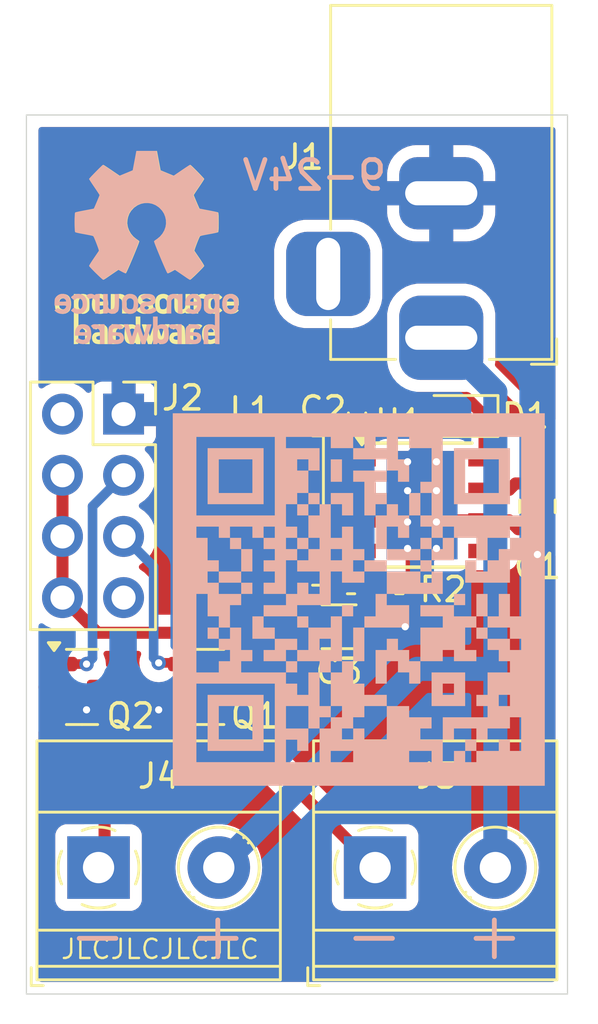
<source format=kicad_pcb>
(kicad_pcb (version 20240108) (generator "pcbnew") (generator_version "8.0")
  (layers (0 "F.Cu" signal) (31 "B.Cu" signal) (34 "B.Paste" user) (35 "F.Paste" user) (36 "B.SilkS" user "B.Silkscreen") (37 "F.SilkS" user "F.Silkscreen") (38 "B.Mask" user) (39 "F.Mask" user) (44 "Edge.Cuts" user))
  (net 0 "")
  (net 1 "GND")
  (net 2 "+24V")
  (net 3 "Net-(U1-BOOT)")
  (net 4 "Net-(D1-K)")
  (net 5 "+3.3V")
  (net 8 "LED2")
  (net 10 "LED1")
  (net 11 "Net-(J3-Pin_1)")
  (net 12 "Net-(J4-Pin_1)")
  (net 13 "VSENSE")
  (footprint "Capacitor_SMD:C_0805_2012Metric" (layer "F.Cu") (at 160.171666 99.043996 90)
    (property "Reference" "C1" (at -2.5 0 180) (layer "F.SilkS"))
    (property "Value" "4.7µF")
    (pad "1" smd roundrect (at -0.95 0 90) (size 1 1.45) (layers "F.Cu" "F.Paste" "F.Mask") (net 1 "GND"))
    (pad "2" smd roundrect (at 0.95 0 90) (size 1 1.45) (layers "F.Cu" "F.Paste" "F.Mask") (net 2 "+24V"))
  )
  (footprint "Capacitor_SMD:C_1206_3216Metric" (layer "F.Cu") (at 151.921666 104.043996 180)
    (property "Reference" "C3" (at 0 -1.85 0) (layer "F.SilkS"))
    (property "Value" "100µF")
    (pad "1" smd roundrect (at -1.475 0 180) (size 1.15 1.8) (layers "F.Cu" "F.Paste" "F.Mask") (roundrect_rratio 0.217391) (net 1 "GND"))
    (pad "2" smd roundrect (at 1.475 0 180) (size 1.15 1.8) (layers "F.Cu" "F.Paste" "F.Mask") (roundrect_rratio 0.217391) (net 5 "+3.3V"))
  )
  (footprint "Resistor_SMD:R_0402_1005Metric" (layer "F.Cu") (at 152.421666 102.293996)
    (property "Reference" "R1" (hide yes))
    (property "Value" "10kΩ")
    (pad "1" smd roundrect (at -0.51 0) (size 0.54 0.64) (layers "F.Cu" "F.Paste" "F.Mask") (net 5 "+3.3V"))
    (pad "2" smd roundrect (at 0.51 0) (size 0.54 0.64) (layers "F.Cu" "F.Paste" "F.Mask") (net 13 "VSENSE"))
  )
  (footprint "Resistor_SMD:R_0402_1005Metric" (layer "F.Cu") (at 154.431666 102.293996)
    (property "Reference" "R2" (at 1.818334 0.206004 0) (layer "F.SilkS"))
    (property "Value" "5.9kΩ")
    (pad "1" smd roundrect (at -0.51 0) (size 0.54 0.64) (layers "F.Cu" "F.Paste" "F.Mask") (net 13 "VSENSE"))
    (pad "2" smd roundrect (at 0.51 0) (size 0.54 0.64) (layers "F.Cu" "F.Paste" "F.Mask") (net 1 "GND"))
  )
  (footprint "Connector_PinSocket_2.54mm:PinSocket_2x04_P2.54mm_Vertical" (layer "F.Cu") (at 142.961666 95.213996)
    (property "Reference" "J2" (at 2.46 -0.67 180) (layer "F.SilkS"))
    (property "Value" "ESP-01")
    (pad "1" thru_hole rect (at 0 0) (size 1.7 1.7) (drill 1) (layers "*.Cu" "*.Mask") (net 1 "GND"))
    (pad "2" thru_hole oval (at -2.54 0) (size 1.7 1.7) (drill 1) (layers "*.Cu" "*.Mask"))
    (pad "3" thru_hole oval (at 0 2.54) (size 1.7 1.7) (drill 1) (layers "*.Cu" "*.Mask") (net 8 "LED2"))
    (pad "4" thru_hole oval (at -2.54 2.54) (size 1.7 1.7) (drill 1) (layers "*.Cu" "*.Mask") (net 5 "+3.3V"))
    (pad "5" thru_hole oval (at 0 5.08) (size 1.7 1.7) (drill 1) (layers "*.Cu" "*.Mask") (net 10 "LED1"))
    (pad "6" thru_hole oval (at -2.54 5.08) (size 1.7 1.7) (drill 1) (layers "*.Cu" "*.Mask") (net 5 "+3.3V"))
    (pad "7" thru_hole oval (at 0 7.62) (size 1.7 1.7) (drill 1) (layers "*.Cu" "*.Mask"))
    (pad "8" thru_hole oval (at -2.54 7.62) (size 1.7 1.7) (drill 1) (layers "*.Cu" "*.Mask") (net 5 "+3.3V"))
  )
  (footprint "Connector_BarrelJack:BarrelJack_Horizontal" (layer "F.Cu") (at 156.171666 92.043996 -90)
    (property "Reference" "J1" (at -7.5 5.75 0) (layer "F.SilkS"))
    (property "Value" "Barrel Jack 3A")
    (pad "1" thru_hole roundrect (at 0 0 270) (size 3.5 3.5) (drill oval 1 3) (layers "*.Cu" "*.Mask") (net 2 "+24V"))
    (pad "2" thru_hole roundrect (at -6 0 270) (size 3 3.5) (drill oval 1 3) (layers "*.Cu" "*.Mask") (net 1 "GND"))
    (pad "3" thru_hole roundrect (at -2.65 4.7 270) (size 3.5 3.5) (drill oval 3 1) (layers "*.Cu" "*.Mask"))
  )
  (footprint "Capacitor_SMD:C_0402_1005Metric" (layer "F.Cu") (at 152.671666 95.273996 90)
    (property "Reference" "C2" (at 0.273996 -1.421666 180) (layer "F.SilkS"))
    (property "Value" "10nF")
    (pad "1" smd roundrect (at -0.48 0 90) (size 0.56 0.62) (layers "F.Cu" "F.Paste" "F.Mask") (net 3 "Net-(U1-BOOT)"))
    (pad "2" smd roundrect (at 0.48 0 90) (size 0.56 0.62) (layers "F.Cu" "F.Paste" "F.Mask") (net 4 "Net-(D1-K)"))
  )
  (footprint "Package_TO_SOT_SMD:SOT-23" (layer "F.Cu") (at 141.234166 106.543996)
    (property "Reference" "Q2" (at 2.015834 1.206004 0) (layer "F.SilkS"))
    (property "Value" "AO3400A")
    (pad "1" smd roundrect (at -0.9375 -0.95) (size 1.475 0.6) (layers "F.Cu" "F.Paste" "F.Mask") (net 8 "LED2"))
    (pad "2" smd roundrect (at -0.9375 0.95) (size 1.475 0.6) (layers "F.Cu" "F.Paste" "F.Mask") (net 1 "GND"))
    (pad "3" smd roundrect (at 0.9375 0) (size 1.475 0.6) (layers "F.Cu" "F.Paste" "F.Mask") (net 12 "Net-(J4-Pin_1)"))
  )
  (footprint "TerminalBlock_Phoenix:TerminalBlock_Phoenix_MKDS-1,5-2_1x02_P5.00mm_Horizontal" (layer "F.Cu") (at 153.421666 114.043996)
    (property "Reference" "J3" (at 2.578334 -3.793996 0) (layer "F.SilkS"))
    (property "Value" "LED 1")
    (pad "1" thru_hole rect (at 0 0) (size 2.6 2.6) (drill 1.3) (layers "*.Cu" "*.Mask") (net 11 "Net-(J3-Pin_1)"))
    (pad "2" thru_hole circle (at 5 0) (size 2.6 2.6) (drill 1.3) (layers "*.Cu" "*.Mask") (net 2 "+24V"))
  )
  (footprint "TerminalBlock_Phoenix:TerminalBlock_Phoenix_MKDS-1,5-2_1x02_P5.00mm_Horizontal" (layer "F.Cu") (at 141.921666 114.043996)
    (property "Reference" "J4" (at 2.5 -3.793996 0) (layer "F.SilkS"))
    (property "Value" "LED 2")
    (pad "1" thru_hole rect (at 0 0) (size 2.6 2.6) (drill 1.3) (layers "*.Cu" "*.Mask") (net 12 "Net-(J4-Pin_1)"))
    (pad "2" thru_hole circle (at 5 0) (size 2.6 2.6) (drill 1.3) (layers "*.Cu" "*.Mask") (net 2 "+24V"))
  )
  (footprint "Package_SO:TI_SO-PowerPAD-8_ThermalVias" (layer "F.Cu") (at 155.371666 98.993996)
    (property "Reference" "U1" (at -0.95 -3.45 0) (layer "F.SilkS"))
    (property "Value" "TPS5430DDA")
    (pad "1" smd rect (at -2.7 -1.905) (size 1.55 0.6) (layers "F.Cu" "F.Paste" "F.Mask") (net 3 "Net-(U1-BOOT)"))
    (pad "2" smd rect (at -2.7 -0.635) (size 1.55 0.6) (layers "F.Cu" "F.Paste" "F.Mask"))
    (pad "3" smd rect (at -2.7 0.635) (size 1.55 0.6) (layers "F.Cu" "F.Paste" "F.Mask"))
    (pad "4" smd rect (at -2.7 1.905) (size 1.55 0.6) (layers "F.Cu" "F.Paste" "F.Mask") (net 13 "VSENSE"))
    (pad "5" smd rect (at 2.7 1.905) (size 1.55 0.6) (layers "F.Cu" "F.Paste" "F.Mask"))
    (pad "6" smd rect (at 2.7 0.635) (size 1.55 0.6) (layers "F.Cu" "F.Paste" "F.Mask") (net 1 "GND"))
    (pad "7" smd rect (at 2.7 -0.635) (size 1.55 0.6) (layers "F.Cu" "F.Paste" "F.Mask") (net 2 "+24V"))
    (pad "8" smd rect (at 2.7 -1.905) (size 1.55 0.6) (layers "F.Cu" "F.Paste" "F.Mask") (net 4 "Net-(D1-K)"))
    (pad "9" thru_hole circle (at -0.6 -1.8) (size 0.6 0.6) (drill 0.3) (layers "*.Cu") (net 1 "GND"))
    (pad "9" thru_hole circle (at -0.6 -0.6) (size 0.6 0.6) (drill 0.3) (layers "*.Cu") (net 1 "GND"))
    (pad "9" thru_hole circle (at -0.6 0.7) (size 0.6 0.6) (drill 0.3) (layers "*.Cu") (net 1 "GND"))
    (pad "9" thru_hole circle (at -0.6 1.8) (size 0.6 0.6) (drill 0.3) (layers "*.Cu") (net 1 "GND"))
    (pad "9" smd rect (at 0 0) (size 2.6 3.1) (layers "F.Cu" "F.Paste" "F.Mask") (net 1 "GND"))
    (pad "9" smd rect (at 0 0) (size 2.95 4.5) (layers "F.Cu") (net 1 "GND"))
    (pad "9" smd rect (at 0 0) (size 2.95 4.5) (layers "B.Cu") (net 1 "GND"))
    (pad "9" thru_hole circle (at 0.6 -1.8) (size 0.6 0.6) (drill 0.3) (layers "*.Cu") (net 1 "GND"))
    (pad "9" thru_hole circle (at 0.6 -0.6) (size 0.6 0.6) (drill 0.3) (layers "*.Cu") (net 1 "GND"))
    (pad "9" thru_hole circle (at 0.6 0.7) (size 0.6 0.6) (drill 0.3) (layers "*.Cu") (net 1 "GND"))
    (pad "9" thru_hole circle (at 0.6 1.8) (size 0.6 0.6) (drill 0.3) (layers "*.Cu") (net 1 "GND"))
  )
  (footprint "Diode_SMD:D_SOD-323" (layer "F.Cu") (at 156.921666 95.293996 180)
    (property "Reference" "D1" (at -2.75 0 0) (layer "F.SilkS"))
    (property "Value" "1N5819")
    (pad "1" smd roundrect (at -1.05 0 180) (size 0.6 0.45) (layers "F.Cu" "F.Paste" "F.Mask") (net 4 "Net-(D1-K)"))
    (pad "2" smd roundrect (at 1.05 0 180) (size 0.6 0.45) (layers "F.Cu" "F.Paste" "F.Mask") (net 1 "GND"))
  )
  (footprint "Package_TO_SOT_SMD:SOT-23" (layer "F.Cu") (at 146.484166 106.543996)
    (property "Reference" "Q1" (at 1.9375 1.206004 0) (layer "F.SilkS"))
    (property "Value" "AO3400A")
    (pad "1" smd roundrect (at -0.9375 -0.95) (size 1.475 0.6) (layers "F.Cu" "F.Paste" "F.Mask") (net 10 "LED1"))
    (pad "2" smd roundrect (at -0.9375 0.95) (size 1.475 0.6) (layers "F.Cu" "F.Paste" "F.Mask") (net 1 "GND"))
    (pad "3" smd roundrect (at 0.9375 0) (size 1.475 0.6) (layers "F.Cu" "F.Paste" "F.Mask") (net 11 "Net-(J3-Pin_1)"))
  )
  (footprint "Symbol:OSHW-Logo_7.5x8mm_SilkScreen" (layer "F.Cu") (at 143.921666 88.293996)
    (property "Reference" "REF**" (hide yes))
    (property "Value" "OSHW-Logo_7.5x8mm_SilkScreen" (hide yes))
  )
  (footprint "Inductor_SMD:L_Bourns_SRN6045TA" (layer "F.Cu") (at 148.171666 99.218996 90)
    (property "Reference" "L1" (at 4.175 0.078334 180) (layer "F.SilkS"))
    (property "Value" "100µH")
    (pad "1" smd rect (at -2.075 0 90) (size 2.35 5.1) (layers "F.Cu" "F.Paste" "F.Mask") (net 5 "+3.3V"))
    (pad "2" smd rect (at 2.075 0 90) (size 2.35 5.1) (layers "F.Cu" "F.Paste" "F.Mask") (net 4 "Net-(D1-K)"))
  )
  (footprint "Symbol:OSHW-Logo_7.5x8mm_SilkScreen" (layer "B.Cu") (at 143.921666 88.293996 180)
    (property "Reference" "REF**" (hide yes))
    (property "Value" "OSHW-Logo_7.5x8mm_SilkScreen" (hide yes))
  )
  (gr_poly (pts (xy 154.372333 105.009441) (xy 154.838001 105.009441) (xy 154.838001 105.475102) (xy 155.303666 105.475102) (xy 155.303666 106.406436) (xy 154.838001 106.406436) (xy 154.838001 105.940769) (xy 154.372333 105.940769) (xy 154.372333 105.475102) (xy 153.906666 105.475102) (xy 153.906666 106.406436) (xy 153.441001 106.406436) (xy 153.441001 105.009441) (xy 153.906666 105.009441) (xy 153.906666 104.543996) (xy 154.372333 104.543996)) (stroke (width -0.000001)) (fill solid) (layer "B.SilkS"))
  (gr_poly (pts (xy 160.476932 110.648821) (xy 145.007385 110.648821) (xy 145.007385 109.666106) (xy 145.990334 109.666106) (xy 149.25 109.666106) (xy 149.25 108.734772) (xy 149.715667 108.734772) (xy 149.715667 109.666106) (xy 151.112665 109.666106) (xy 151.578332 109.666106) (xy 152.509667 109.666106) (xy 154.838001 109.666106) (xy 155.769333 109.666106) (xy 155.769333 109.200439) (xy 154.838001 109.200439) (xy 154.838001 109.666106) (xy 152.509667 109.666106) (xy 152.509667 109.200439) (xy 151.578332 109.200439) (xy 151.578332 109.666106) (xy 151.112665 109.666106) (xy 151.112665 108.269104) (xy 151.578332 108.269104) (xy 151.578332 107.803437) (xy 152.044 107.803437) (xy 152.044 107.33777) (xy 151.578332 107.33777) (xy 151.578332 107.803437) (xy 151.112665 107.803437) (xy 151.112665 108.269104) (xy 150.647 108.269104) (xy 150.647 109.200439) (xy 150.181333 109.200439) (xy 150.181333 108.734772) (xy 149.715667 108.734772) (xy 149.25 108.734772) (xy 149.25 108.269104) (xy 149.715667 108.269104) (xy 150.647 108.269104) (xy 150.647 107.33777) (xy 149.715667 107.33777) (xy 149.715667 108.269104) (xy 149.25 108.269104) (xy 149.25 106.406436) (xy 145.990334 106.406436) (xy 145.990334 109.666106) (xy 145.007385 109.666106) (xy 145.007385 99.887331) (xy 145.990334 99.887331) (xy 145.990334 100.352998) (xy 146.456001 100.352998) (xy 146.456001 101.284333) (xy 146.921666 101.284333) (xy 146.921666 101.75) (xy 146.456001 101.75) (xy 146.456001 102.215667) (xy 146.921666 102.215667) (xy 146.921666 102.681334) (xy 147.852999 102.681334) (xy 147.852999 103.147001) (xy 147.387333 103.147001) (xy 147.387333 104.078335) (xy 146.921666 104.078335) (xy 146.921666 103.612662) (xy 146.456001 103.612662) (xy 146.456001 102.681334) (xy 145.990334 102.681334) (xy 145.990334 105.940769) (xy 146.921666 105.940769) (xy 146.921666 105.475102) (xy 147.387333 105.475102) (xy 147.387333 105.009441) (xy 146.921666 105.009441) (xy 146.921666 104.543996) (xy 147.387333 104.543996) (xy 147.387333 104.078335) (xy 147.852999 104.078335) (xy 147.852999 105.009441) (xy 148.318666 105.009441) (xy 148.318666 105.475102) (xy 147.852999 105.475102) (xy 147.852999 105.940769) (xy 149.715667 105.940769) (xy 149.715667 106.406436) (xy 150.181333 106.406436) (xy 150.181333 106.872103) (xy 150.647 106.872103) (xy 150.647 105.940769) (xy 151.112665 105.940769) (xy 151.112665 107.33777) (xy 151.578332 107.33777) (xy 151.578332 105.940769) (xy 152.044 105.940769) (xy 152.044 105.475102) (xy 152.509667 105.475102) (xy 152.509667 106.406436) (xy 152.975334 106.406436) (xy 152.975334 106.872103) (xy 153.906666 106.872103) (xy 153.906666 107.33777) (xy 152.975334 107.33777) (xy 152.975334 107.803437) (xy 152.509667 107.803437) (xy 152.509667 108.269104) (xy 152.044 108.269104) (xy 152.044 108.734772) (xy 152.509667 108.734772) (xy 152.509667 108.269104) (xy 152.975334 108.269104) (xy 152.975334 108.734772) (xy 153.906666 108.734772) (xy 153.906666 107.33777) (xy 154.838001 107.33777) (xy 154.838001 107.803437) (xy 155.769333 107.803437) (xy 155.769333 108.269104) (xy 155.303666 108.269104) (xy 155.303666 108.734772) (xy 156.235 108.734772) (xy 156.235 109.666106) (xy 156.700667 109.666106) (xy 156.700667 109.200439) (xy 157.166331 109.200439) (xy 157.166331 109.666106) (xy 157.631998 109.666106) (xy 157.631998 109.200439) (xy 158.563332 109.200439) (xy 158.563332 108.734772) (xy 159.029 108.734772) (xy 159.029 109.200439) (xy 159.494667 109.200439) (xy 159.494667 107.803437) (xy 159.029 107.803437) (xy 159.029 108.269104) (xy 158.097665 108.269104) (xy 158.097665 108.734772) (xy 157.631998 108.734772) (xy 157.631998 108.269104) (xy 156.700667 108.269104) (xy 156.700667 108.734772) (xy 156.235 108.734772) (xy 156.235 107.803437) (xy 158.097665 107.803437) (xy 158.097665 107.33777) (xy 158.563332 107.33777) (xy 159.029 107.33777) (xy 159.029 106.872103) (xy 158.563332 106.872103) (xy 158.563332 107.33777) (xy 158.097665 107.33777) (xy 157.631998 107.33777) (xy 157.631998 106.872103) (xy 158.097665 106.872103) (xy 158.097665 105.940769) (xy 159.029 105.940769) (xy 159.029 105.475102) (xy 158.563332 105.475102) (xy 158.563332 105.009441) (xy 159.029 105.009441) (xy 159.494667 105.009441) (xy 159.494667 104.543996) (xy 159.029 104.543996) (xy 159.029 105.009441) (xy 158.563332 105.009441) (xy 158.097665 105.009441) (xy 158.097665 104.543996) (xy 159.029 104.543996) (xy 159.029 104.078335) (xy 158.097665 104.078335) (xy 158.097665 104.543996) (xy 157.631998 104.543996) (xy 157.631998 104.078335) (xy 158.097665 104.078335) (xy 158.097665 103.612662) (xy 158.563332 103.612662) (xy 158.563332 102.681334) (xy 159.029 102.681334) (xy 159.029 103.612662) (xy 159.494667 103.612662) (xy 159.494667 101.284333) (xy 159.029 101.284333) (xy 159.029 102.215667) (xy 157.166331 102.215667) (xy 157.166331 101.75) (xy 157.631998 101.75) (xy 158.097665 101.75) (xy 158.097665 101.284333) (xy 158.563332 101.284333) (xy 158.563332 100.818666) (xy 159.029 100.818666) (xy 159.029 100.352998) (xy 159.494667 100.352998) (xy 159.494667 99.887331) (xy 159.029 99.887331) (xy 159.029 100.352998) (xy 158.097665 100.352998) (xy 158.097665 101.284333) (xy 157.631998 101.284333) (xy 157.631998 101.75) (xy 157.166331 101.75) (xy 157.166331 101.284333) (xy 157.631998 101.284333) (xy 157.631998 100.352998) (xy 156.700667 100.352998) (xy 156.700667 101.284333) (xy 155.769333 101.284333) (xy 155.769333 100.818666) (xy 156.235 100.818666) (xy 156.235 100.352998) (xy 156.700667 100.352998) (xy 156.700667 99.887331) (xy 156.235 99.887331) (xy 156.235 100.352998) (xy 155.769333 100.352998) (xy 155.769333 99.887331) (xy 155.303666 99.887331) (xy 155.303666 99.421664) (xy 155.769333 99.421664) (xy 156.235 99.421664) (xy 159.494667 99.421664) (xy 159.494667 96.162001) (xy 156.235 96.162001) (xy 156.235 99.421664) (xy 155.769333 99.421664) (xy 155.769333 98.49033) (xy 155.303666 98.49033) (xy 155.303666 98.024663) (xy 155.769333 98.024663) (xy 155.769333 96.627668) (xy 154.838001 96.627668) (xy 154.838001 96.162001) (xy 154.372333 96.162001) (xy 154.372333 97.093335) (xy 154.838001 97.093335) (xy 154.838001 98.024663) (xy 154.372333 98.024663) (xy 154.372333 97.558996) (xy 153.906666 97.558996) (xy 153.906666 97.093335) (xy 152.509667 97.093335) (xy 152.509667 96.627668) (xy 152.975334 96.627668) (xy 153.441001 96.627668) (xy 153.906666 96.627668) (xy 153.906666 96.162001) (xy 153.441001 96.162001) (xy 153.441001 96.627668) (xy 152.975334 96.627668) (xy 152.975334 96.162001) (xy 152.509667 96.162001) (xy 152.509667 96.627668) (xy 151.578332 96.627668) (xy 151.578332 96.162001) (xy 149.715667 96.162001) (xy 149.715667 96.627668) (xy 151.112665 96.627668) (xy 151.112665 97.558996) (xy 150.647 97.558996) (xy 150.647 98.49033) (xy 150.181333 98.49033) (xy 150.181333 98.955997) (xy 149.715667 98.955997) (xy 149.715667 99.887331) (xy 150.181333 99.887331) (xy 150.181333 100.352998) (xy 149.715667 100.352998) (xy 149.715667 100.818666) (xy 150.181333 100.818666) (xy 150.181333 101.284333) (xy 149.715667 101.284333) (xy 149.715667 102.681334) (xy 148.784333 102.681334) (xy 148.784333 102.215667) (xy 149.25 102.215667) (xy 149.25 101.75) (xy 148.784333 101.75) (xy 148.784333 101.284333) (xy 149.25 101.284333) (xy 149.25 100.818666) (xy 148.784333 100.818666) (xy 148.784333 100.352998) (xy 149.25 100.352998) (xy 149.25 99.887331) (xy 148.784333 99.887331) (xy 148.784333 100.352998) (xy 148.318666 100.352998) (xy 148.318666 99.887331) (xy 147.387333 99.887331) (xy 147.387333 100.352998) (xy 146.921666 100.352998) (xy 146.921666 99.887331) (xy 145.990334 99.887331) (xy 145.007385 99.887331) (xy 145.007385 99.421664) (xy 145.990334 99.421664) (xy 149.25 99.421664) (xy 149.25 97.558996) (xy 150.181333 97.558996) (xy 150.647 97.558996) (xy 150.647 97.093335) (xy 150.181333 97.093335) (xy 150.181333 97.558996) (xy 149.25 97.558996) (xy 149.25 96.162001) (xy 145.990334 96.162001) (xy 145.990334 99.421664) (xy 145.007385 99.421664) (xy 145.007385 95.179279) (xy 160.476932 95.179279)) (stroke (width -0.000001)) (fill solid) (layer "B.SilkS"))
  (gr_poly (pts (xy 148.318666 102.681334) (xy 147.852999 102.681334) (xy 147.852999 102.215667) (xy 148.318666 102.215667)) (stroke (width -0.000001)) (fill solid) (layer "B.SilkS"))
  (gr_poly (pts (xy 153.906666 98.024663) (xy 153.441001 98.024663) (xy 153.441001 98.49033) (xy 153.906666 98.49033) (xy 153.906666 98.955997) (xy 153.441001 98.955997) (xy 153.441001 99.421664) (xy 152.975334 99.421664) (xy 152.975334 98.024663) (xy 152.509667 98.024663) (xy 152.509667 97.558996) (xy 153.906666 97.558996)) (stroke (width -0.000001)) (fill solid) (layer "B.SilkS"))
  (gr_poly (pts (xy 156.700667 103.612662) (xy 157.631998 103.612662) (xy 157.631998 104.078335) (xy 157.166331 104.078335) (xy 157.166331 105.009441) (xy 157.631998 105.009441) (xy 157.631998 105.475102) (xy 156.700667 105.475102) (xy 156.700667 105.009441) (xy 156.235 105.009441) (xy 156.235 105.475102) (xy 155.303666 105.475102) (xy 155.303666 104.078335) (xy 156.235 104.078335) (xy 156.235 103.612662) (xy 155.303666 103.612662) (xy 155.303666 103.147001) (xy 156.700667 103.147001)) (stroke (width -0.000001)) (fill solid) (layer "B.SilkS"))
  (gr_poly (pts (xy 155.769333 101.75) (xy 155.303666 101.75) (xy 155.303666 101.284333) (xy 155.769333 101.284333)) (stroke (width -0.000001)) (fill solid) (layer "B.SilkS"))
  (gr_poly (pts (xy 157.166331 103.147001) (xy 156.700667 103.147001) (xy 156.700667 102.681334) (xy 157.166331 102.681334)) (stroke (width -0.000001)) (fill solid) (layer "B.SilkS"))
  (gr_poly (pts (xy 155.303666 99.421664) (xy 154.838001 99.421664) (xy 154.838001 98.49033) (xy 155.303666 98.49033)) (stroke (width -0.000001)) (fill solid) (layer "B.SilkS"))
  (gr_poly (pts (xy 157.166331 107.33777) (xy 155.769333 107.33777) (xy 155.769333 106.872103) (xy 156.235 106.872103) (xy 156.700667 106.872103) (xy 156.700667 106.406436) (xy 156.235 106.406436) (xy 156.235 106.872103) (xy 155.769333 106.872103) (xy 155.769333 105.940769) (xy 157.166331 105.940769)) (stroke (width -0.000001)) (fill solid) (layer "B.SilkS"))
  (gr_poly (pts (xy 150.181333 105.009441) (xy 149.715667 105.009441) (xy 149.715667 105.475102) (xy 148.784333 105.475102) (xy 148.784333 105.009441) (xy 149.25 105.009441) (xy 149.25 104.543996) (xy 150.181333 104.543996)) (stroke (width -0.000001)) (fill solid) (layer "B.SilkS"))
  (gr_poly (pts (xy 150.647 99.421664) (xy 150.181333 99.421664) (xy 150.181333 98.955997) (xy 150.647 98.955997)) (stroke (width -0.000001)) (fill solid) (layer "B.SilkS"))
  (gr_poly (pts (xy 152.044 105.475102) (xy 151.578332 105.475102) (xy 151.578332 105.940769) (xy 151.112665 105.940769) (xy 151.112665 105.475102) (xy 150.181333 105.475102) (xy 150.181333 105.009441) (xy 150.647 105.009441) (xy 151.112665 105.009441) (xy 151.578332 105.009441) (xy 151.578332 104.543996) (xy 151.112665 104.543996) (xy 151.112665 105.009441) (xy 150.647 105.009441) (xy 150.647 104.078335) (xy 151.578332 104.078335) (xy 151.578332 103.612662) (xy 152.044 103.612662)) (stroke (width -0.000001)) (fill solid) (layer "B.SilkS"))
  (gr_poly (pts (xy 146.921666 104.543996) (xy 146.456001 104.543996) (xy 146.456001 104.078335) (xy 146.921666 104.078335)) (stroke (width -0.000001)) (fill solid) (layer "B.SilkS"))
  (gr_poly (pts (xy 155.303666 101.284333) (xy 153.906666 101.284333) (xy 153.906666 100.818666) (xy 155.303666 100.818666)) (stroke (width -0.000001)) (fill solid) (layer "B.SilkS"))
  (gr_poly (pts (xy 150.647 104.078335) (xy 150.181333 104.078335) (xy 150.181333 103.612662) (xy 150.647 103.612662)) (stroke (width -0.000001)) (fill solid) (layer "B.SilkS"))
  (gr_poly (pts (xy 150.181333 105.940769) (xy 149.715667 105.940769) (xy 149.715667 105.475102) (xy 150.181333 105.475102)) (stroke (width -0.000001)) (fill solid) (layer "B.SilkS"))
  (gr_poly (pts (xy 150.647 100.818666) (xy 150.181333 100.818666) (xy 150.181333 100.352998) (xy 150.647 100.352998)) (stroke (width -0.000001)) (fill solid) (layer "B.SilkS"))
  (gr_poly (pts (xy 147.852999 100.818666) (xy 147.387333 100.818666) (xy 147.387333 100.352998) (xy 147.852999 100.352998)) (stroke (width -0.000001)) (fill solid) (layer "B.SilkS"))
  (gr_poly (pts (xy 152.044 98.024663) (xy 151.578332 98.024663) (xy 151.578332 97.093335) (xy 152.044 97.093335)) (stroke (width -0.000001)) (fill solid) (layer "B.SilkS"))
  (gr_poly (pts (xy 151.112665 98.955997) (xy 150.647 98.955997) (xy 150.647 98.49033) (xy 151.112665 98.49033)) (stroke (width -0.000001)) (fill solid) (layer "B.SilkS"))
  (gr_poly (pts (xy 153.906666 101.75) (xy 152.975334 101.75) (xy 152.975334 101.284333) (xy 153.906666 101.284333)) (stroke (width -0.000001)) (fill solid) (layer "B.SilkS"))
  (gr_poly (pts (xy 147.852999 102.215667) (xy 146.921666 102.215667) (xy 146.921666 101.75) (xy 147.852999 101.75)) (stroke (width -0.000001)) (fill solid) (layer "B.SilkS"))
  (gr_poly (pts (xy 158.097665 103.612662) (xy 157.631998 103.612662) (xy 157.631998 102.681334) (xy 158.097665 102.681334)) (stroke (width -0.000001)) (fill solid) (layer "B.SilkS"))
  (gr_poly (pts (xy 152.975334 105.475102) (xy 152.509667 105.475102) (xy 152.509667 104.078335) (xy 152.975334 104.078335)) (stroke (width -0.000001)) (fill solid) (layer "B.SilkS"))
  (gr_poly (pts (xy 154.372333 99.421664) (xy 154.838001 99.421664) (xy 154.838001 100.352998) (xy 154.372333 100.352998) (xy 154.372333 99.887331) (xy 153.906666 99.887331) (xy 153.906666 100.818666) (xy 153.441001 100.818666) (xy 153.441001 99.421664) (xy 153.906666 99.421664) (xy 153.906666 98.955997) (xy 154.372333 98.955997)) (stroke (width -0.000001)) (fill solid) (layer "B.SilkS"))
  (gr_poly (pts (xy 153.906666 103.147001) (xy 154.838001 103.147001) (xy 154.838001 104.078335) (xy 152.975334 104.078335) (xy 152.975334 103.612662) (xy 153.441001 103.612662) (xy 153.441001 102.681334) (xy 153.906666 102.681334)) (stroke (width -0.000001)) (fill solid) (layer "B.SilkS"))
  (gr_poly (pts (xy 152.509667 99.421664) (xy 152.044 99.421664) (xy 152.044 98.955997) (xy 151.578332 98.955997) (xy 151.578332 98.49033) (xy 152.509667 98.49033)) (stroke (width -0.000001)) (fill solid) (layer "B.SilkS"))
  (gr_poly (pts (xy 159.029 98.955997) (xy 156.700667 98.955997) (xy 156.700667 98.49033) (xy 157.166331 98.49033) (xy 158.563332 98.49033) (xy 158.563332 97.093335) (xy 157.166331 97.093335) (xy 157.166331 98.49033) (xy 156.700667 98.49033) (xy 156.700667 96.627668) (xy 159.029 96.627668)) (stroke (width -0.000001)) (fill solid) (layer "B.SilkS"))
  (gr_poly (pts (xy 157.631998 109.200439) (xy 157.166331 109.200439) (xy 157.166331 108.734772) (xy 157.631998 108.734772)) (stroke (width -0.000001)) (fill solid) (layer "B.SilkS"))
  (gr_poly (pts (xy 148.318666 101.75) (xy 147.852999 101.75) (xy 147.852999 100.818666) (xy 148.318666 100.818666)) (stroke (width -0.000001)) (fill solid) (layer "B.SilkS"))
  (gr_poly (pts (xy 148.784333 109.200439) (xy 146.456001 109.200439) (xy 146.456001 108.734772) (xy 146.921666 108.734772) (xy 148.318666 108.734772) (xy 148.318666 107.33777) (xy 146.921666 107.33777) (xy 146.921666 108.734772) (xy 146.456001 108.734772) (xy 146.456001 106.872103) (xy 148.784333 106.872103)) (stroke (width -0.000001)) (fill solid) (layer "B.SilkS"))
  (gr_poly (pts (xy 155.769333 100.818666) (xy 155.303666 100.818666) (xy 155.303666 100.352998) (xy 155.769333 100.352998)) (stroke (width -0.000001)) (fill solid) (layer "B.SilkS"))
  (gr_poly (pts (xy 151.578332 100.352998) (xy 152.044 100.352998) (xy 152.044 99.887331) (xy 152.509667 99.887331) (xy 152.509667 100.818666) (xy 152.975334 100.818666) (xy 152.975334 101.284333) (xy 152.509667 101.284333) (xy 152.509667 101.75) (xy 152.975334 101.75) (xy 152.975334 102.215667) (xy 152.044 102.215667) (xy 152.044 101.75) (xy 151.578332 101.75) (xy 151.578332 103.147001) (xy 150.181333 103.147001) (xy 150.181333 103.612662) (xy 148.784333 103.612662) (xy 148.784333 103.147001) (xy 149.715667 103.147001) (xy 149.715667 102.681334) (xy 150.181333 102.681334) (xy 150.181333 102.215667) (xy 150.647 102.215667) (xy 150.647 102.681334) (xy 151.112665 102.681334) (xy 151.112665 101.75) (xy 150.181333 101.75) (xy 150.181333 101.284333) (xy 150.647 101.284333) (xy 151.578332 101.284333) (xy 152.044 101.284333) (xy 152.044 100.818666) (xy 151.578332 100.818666) (xy 151.578332 101.284333) (xy 150.647 101.284333) (xy 150.647 100.818666) (xy 151.112665 100.818666) (xy 151.112665 100.352998) (xy 150.647 100.352998) (xy 150.647 99.421664) (xy 151.112665 99.421664) (xy 151.112665 98.955997) (xy 151.578332 98.955997)) (stroke (width -0.000001)) (fill solid) (layer "B.SilkS"))
  (gr_poly (pts (xy 148.784333 104.078335) (xy 149.25 104.078335) (xy 149.25 104.543996) (xy 148.318666 104.543996) (xy 148.318666 103.612662) (xy 148.784333 103.612662)) (stroke (width -0.000001)) (fill solid) (layer "B.SilkS"))
  (gr_poly (pts (xy 155.303666 102.215667) (xy 155.769333 102.215667) (xy 155.769333 101.75) (xy 156.235 101.75) (xy 156.235 102.681334) (xy 153.906666 102.681334) (xy 153.906666 101.75) (xy 155.303666 101.75)) (stroke (width -0.000001)) (fill solid) (layer "B.SilkS"))
  (gr_poly (pts (xy 148.784333 98.955997) (xy 146.456001 98.955997) (xy 146.456001 98.49033) (xy 146.921666 98.49033) (xy 148.318666 98.49033) (xy 148.318666 97.093335) (xy 146.921666 97.093335) (xy 146.921666 98.49033) (xy 146.456001 98.49033) (xy 146.456001 96.627668) (xy 148.784333 96.627668)) (stroke (width -0.000001)) (fill solid) (layer "B.SilkS"))
  (gr_poly (pts (xy 152.509667 103.612662) (xy 152.044 103.612662) (xy 152.044 103.147001) (xy 152.509667 103.147001)) (stroke (width -0.000001)) (fill solid) (layer "B.SilkS"))
  (gr_line (start 138.921666 119.293996) (end 161.421666 119.293996) (stroke (width 0.05)) (layer "Edge.Cuts"))
  (gr_line (start 138.921666 119.293996) (end 138.921666 82.793996) (stroke (width 0.05)) (layer "Edge.Cuts"))
  (gr_line (start 161.421666 119.293996) (end 161.421666 82.793996) (stroke (width 0.05)) (layer "Edge.Cuts"))
  (gr_line (start 138.921666 82.793996) (end 161.421666 82.793996) (stroke (width 0.05)) (layer "Edge.Cuts"))
  (gr_text "-" (at 143.25 118 0) (layer "B.SilkS") (effects (font (size 2 2) (thickness 0.2)) (justify left bottom mirror)))
  (gr_text "-" (at 154.75 118 0) (layer "B.SilkS") (effects (font (size 2 2) (thickness 0.2)) (justify left bottom mirror)))
  (gr_text "9-24V" (at 154 86 0) (layer "B.SilkS") (effects (font (size 1.2 1.2) (thickness 0.2) (bold yes)) (justify left bottom mirror)))
  (gr_text "+" (at 148.25 118 0) (layer "B.SilkS") (effects (font (size 2 2) (thickness 0.2)) (justify left bottom mirror)))
  (gr_text "+" (at 159.75 118 0) (layer "B.SilkS") (effects (font (size 2 2) (thickness 0.2)) (justify left bottom mirror)))
  (gr_text "JLCJLCJLCJLC" (at 140.3 117.9 0) (layer "F.SilkS") (effects (font (size 0.8 0.8) (thickness 0.1)) (justify left bottom)))
  (segment (start 160.171666 101.043996) (end 160.171666 99.993996) (width 1) (layer "F.Cu") (net 1))
  (segment (start 158.071666 99.628996) (end 159.006666 99.628996) (width 0.5) (layer "F.Cu") (net 1))
  (segment (start 154.941666 103.773996) (end 154.941666 102.293996) (width 0.5) (layer "F.Cu") (net 1))
  (segment (start 154.941666 99.423996) (end 155.371666 98.993996) (width 0.5) (layer "F.Cu") (net 1))
  (segment (start 155.871666 97.093996) (end 155.971666 97.193996) (width 0.5) (layer "F.Cu") (net 1))
  (segment (start 154.671666 104.043996) (end 153.396666 104.043996) (width 0.5) (layer "F.Cu") (net 1))
  (segment (start 159.006666 99.628996) (end 159.371666 99.993996) (width 0.5) (layer "F.Cu") (net 1))
  (segment (start 145.546666 107.493996) (end 144.421666 107.493996) (width 0.5) (layer "F.Cu") (net 1))
  (segment (start 154.671666 104.043996) (end 154.941666 103.773996) (width 0.5) (layer "F.Cu") (net 1))
  (segment (start 156.006666 99.628996) (end 155.371666 98.993996) (width 0.5) (layer "F.Cu") (net 1))
  (segment (start 154.941666 102.293996) (end 154.941666 99.423996) (width 0.5) (layer "F.Cu") (net 1))
  (segment (start 155.871666 95.293996) (end 155.871666 97.093996) (width 0.5) (layer "F.Cu") (net 1))
  (segment (start 140.296666 107.493996) (end 141.421666 107.493996) (width 0.5) (layer "F.Cu") (net 1))
  (segment (start 159.371666 99.993996) (end 160.171666 99.993996) (width 0.5) (layer "F.Cu") (net 1))
  (segment (start 158.071666 99.628996) (end 156.006666 99.628996) (width 0.5) (layer "F.Cu") (net 1))
  (via (at 154.671666 104.043996) (size 0.6) (drill 0.3) (layers "F.Cu" "B.Cu") (net 1))
  (via (at 160.171666 101.043996) (size 0.6) (drill 0.3) (layers "F.Cu" "B.Cu") (net 1))
  (via (at 144.421666 107.493996) (size 0.6) (drill 0.3) (layers "F.Cu" "B.Cu") (net 1))
  (via (at 141.421666 107.493996) (size 0.6) (drill 0.3) (layers "F.Cu" "B.Cu") (net 1))
  (segment (start 160.171666 87.543996) (end 158.671666 86.043996) (width 1) (layer "B.Cu") (net 1))
  (segment (start 144.421666 107.493996) (end 146.921666 104.993996) (width 1) (layer "B.Cu") (net 1))
  (segment (start 146.921666 88.793996) (end 149.671666 86.043996) (width 1) (layer "B.Cu") (net 1))
  (segment (start 141.421666 107.493996) (end 144.421666 107.493996) (width 1) (layer "B.Cu") (net 1))
  (segment (start 149.671666 86.043996) (end 156.171666 86.043996) (width 1) (layer "B.Cu") (net 1))
  (segment (start 146.921666 104.993996) (end 146.921666 88.793996) (width 1) (layer "B.Cu") (net 1))
  (segment (start 158.671666 86.043996) (end 156.171666 86.043996) (width 1) (layer "B.Cu") (net 1))
  (segment (start 160.171666 101.043996) (end 160.171666 87.543996) (width 1) (layer "B.Cu") (net 1))
  (segment (start 159.261666 98.093996) (end 160.171666 98.093996) (width 0.5) (layer "F.Cu") (net 2))
  (segment (start 158.996666 98.358996) (end 159.261666 98.093996) (width 0.5) (layer "F.Cu") (net 2))
  (segment (start 158.071666 98.358996) (end 158.996666 98.358996) (width 0.5) (layer "F.Cu") (net 2))
  (segment (start 160.171666 96.043996) (end 160.171666 98.093996) (width 0.5) (layer "F.Cu") (net 2))
  (segment (start 156.171666 92.043996) (end 160.171666 96.043996) (width 0.5) (layer "F.Cu") (net 2))
  (segment (start 158.421666 114.043996) (end 158.421666 105.793996) (width 1) (layer "B.Cu") (net 2))
  (segment (start 146.921666 114.043996) (end 155.171666 105.793996) (width 1) (layer "B.Cu") (net 2))
  (segment (start 158.421666 94.293996) (end 156.171666 92.043996) (width 1) (layer "B.Cu") (net 2))
  (segment (start 158.421666 105.793996) (end 158.421666 94.293996) (width 1) (layer "B.Cu") (net 2))
  (segment (start 155.171666 105.793996) (end 158.421666 105.793996) (width 1) (layer "B.Cu") (net 2))
  (segment (start 152.671666 95.753996) (end 152.671666 97.088996) (width 0.5) (layer "F.Cu") (net 3))
  (segment (start 154.671666 94.793996) (end 152.671666 94.793996) (width 0.5) (layer "F.Cu") (net 4))
  (segment (start 157.971666 95.293996) (end 157.221666 94.543996) (width 0.5) (layer "F.Cu") (net 4))
  (segment (start 157.971666 96.988996) (end 158.071666 97.088996) (width 0.5) (layer "F.Cu") (net 4))
  (segment (start 149.571666 97.143996) (end 151.921666 94.793996) (width 0.5) (layer "F.Cu") (net 4))
  (segment (start 151.921666 94.793996) (end 152.671666 94.793996) (width 0.5) (layer "F.Cu") (net 4))
  (segment (start 157.971666 95.293996) (end 157.971666 96.988996) (width 0.5) (layer "F.Cu") (net 4))
  (segment (start 154.921666 94.543996) (end 154.671666 94.793996) (width 0.5) (layer "F.Cu") (net 4))
  (segment (start 157.221666 94.543996) (end 154.921666 94.543996) (width 0.5) (layer "F.Cu") (net 4))
  (segment (start 148.171666 97.143996) (end 149.571666 97.143996) (width 0.5) (layer "F.Cu") (net 4))
  (segment (start 151.911666 102.293996) (end 151.911666 103.553996) (width 0.5) (layer "F.Cu") (net 5))
  (segment (start 151.421666 104.043996) (end 150.446666 104.043996) (width 0.5) (layer "F.Cu") (net 5))
  (segment (start 150.196666 104.293996) (end 141.881666 104.293996) (width 0.5) (layer "F.Cu") (net 5))
  (segment (start 149.671666 101.293996) (end 148.171666 101.293996) (width 0.5) (layer "F.Cu") (net 5))
  (segment (start 150.446666 104.043996) (end 150.446666 102.068996) (width 0.5) (layer "F.Cu") (net 5))
  (segment (start 141.881666 104.293996) (end 140.421666 102.833996) (width 0.5) (layer "F.Cu") (net 5))
  (segment (start 150.446666 102.068996) (end 149.671666 101.293996) (width 0.5) (layer "F.Cu") (net 5))
  (segment (start 151.911666 103.553996) (end 151.421666 104.043996) (width 0.5) (layer "F.Cu") (net 5))
  (segment (start 150.446666 104.043996) (end 150.196666 104.293996) (width 0.5) (layer "F.Cu") (net 5))
  (segment (start 140.421666 100.293996) (end 140.421666 97.753996) (width 0.5) (layer "F.Cu") (net 5))
  (segment (start 140.421666 102.833996) (end 140.421666 100.293996) (width 0.5) (layer "F.Cu") (net 5))
  (segment (start 141.421666 105.593996) (end 140.296666 105.593996) (width 0.4) (layer "F.Cu") (net 8))
  (via (at 141.421666 105.593996) (size 0.6) (drill 0.3) (layers "F.Cu" "B.Cu") (net 8))
  (segment (start 141.671666 99.043996) (end 142.961666 97.753996) (width 0.4) (layer "B.Cu") (net 8))
  (segment (start 141.421666 105.593996) (end 141.671666 105.343996) (width 0.4) (layer "B.Cu") (net 8))
  (segment (start 141.671666 105.343996) (end 141.671666 99.043996) (width 0.4) (layer "B.Cu") (net 8))
  (segment (start 145.496666 105.543996) (end 145.546666 105.593996) (width 0.4) (layer "F.Cu") (net 10))
  (segment (start 144.421666 105.543996) (end 145.496666 105.543996) (width 0.4) (layer "F.Cu") (net 10))
  (via (at 144.421666 105.543996) (size 0.6) (drill 0.3) (layers "F.Cu" "B.Cu") (net 10))
  (segment (start 144.211666 105.333996) (end 144.211666 101.543996) (width 0.4) (layer "B.Cu") (net 10))
  (segment (start 144.421666 105.543996) (end 144.211666 105.333996) (width 0.4) (layer "B.Cu") (net 10))
  (segment (start 144.211666 101.543996) (end 142.961666 100.293996) (width 0.4) (layer "B.Cu") (net 10))
  (segment (start 147.421666 106.543996) (end 147.421666 108.043996) (width 0.5) (layer "F.Cu") (net 11))
  (segment (start 147.421666 108.043996) (end 153.421666 114.043996) (width 0.5) (layer "F.Cu") (net 11))
  (segment (start 142.171666 106.543996) (end 142.171666 113.793996) (width 0.5) (layer "F.Cu") (net 12))
  (segment (start 142.171666 113.793996) (end 141.921666 114.043996) (width 0.5) (layer "F.Cu") (net 12))
  (segment (start 152.931666 102.293996) (end 153.921666 102.293996) (width 0.5) (layer "F.Cu") (net 13))
  (segment (start 152.931666 102.293996) (end 152.931666 101.158996) (width 0.5) (layer "F.Cu") (net 13))
  (zone (net 1) (net_name "GND") (layer "F.Cu") (connect_pads (clearance 0.5)) (min_thickness 0.25) (fill yes (thermal_gap 0.5) (thermal_bridge_width 1))
    (polygon (pts (xy 138.921666 82.793996) (xy 138.921666 119.293996) (xy 161.421666 119.293996) (xy 161.421666 82.793996)))
  )
  (zone (net 1) (net_name "GND") (layer "B.Cu") (priority 1) (connect_pads (clearance 0.5)) (min_thickness 0.25) (fill yes (thermal_gap 0.5) (thermal_bridge_width 1))
    (polygon (pts (xy 138.921666 82.793996) (xy 138.921666 119.293996) (xy 161.421666 119.293996) (xy 161.421666 82.793996)))
  )
)
</source>
